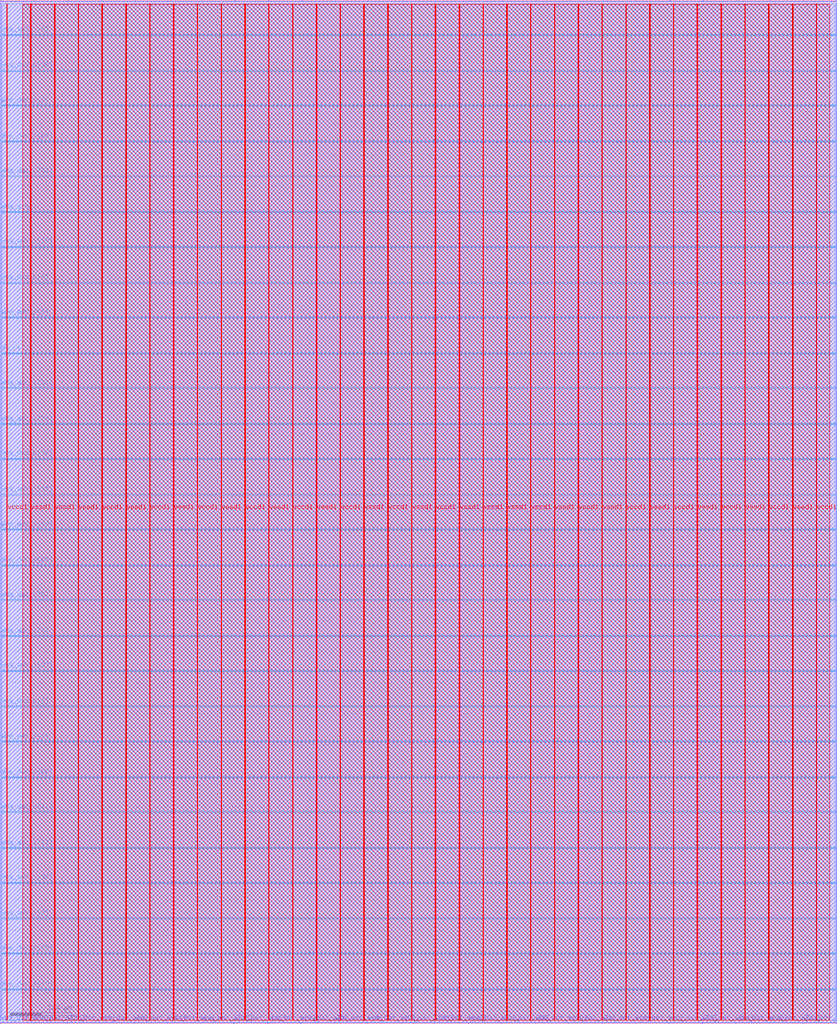
<source format=lef>
VERSION 5.7 ;
  NOWIREEXTENSIONATPIN ON ;
  DIVIDERCHAR "/" ;
  BUSBITCHARS "[]" ;
MACRO WrapperBlock_noparam
  CLASS BLOCK ;
  FOREIGN WrapperBlock_noparam ;
  ORIGIN 0.000 0.000 ;
  SIZE 2700.000 BY 3300.000 ;
  PIN clk
    DIRECTION INPUT ;
    USE SIGNAL ;
    PORT
      LAYER met3 ;
        RECT 2696.000 2386.840 2700.000 2387.440 ;
    END
  END clk
  PIN reset
    DIRECTION INPUT ;
    USE SIGNAL ;
    PORT
      LAYER met2 ;
        RECT 2482.710 3296.000 2482.990 3300.000 ;
    END
  END reset
  PIN vccd1
    DIRECTION INOUT ;
    USE POWER ;
    PORT
      LAYER met4 ;
        RECT 21.040 10.640 22.640 3288.720 ;
    END
    PORT
      LAYER met4 ;
        RECT 174.640 10.640 176.240 3288.720 ;
    END
    PORT
      LAYER met4 ;
        RECT 328.240 10.640 329.840 3288.720 ;
    END
    PORT
      LAYER met4 ;
        RECT 481.840 10.640 483.440 3288.720 ;
    END
    PORT
      LAYER met4 ;
        RECT 635.440 10.640 637.040 3288.720 ;
    END
    PORT
      LAYER met4 ;
        RECT 789.040 10.640 790.640 3288.720 ;
    END
    PORT
      LAYER met4 ;
        RECT 942.640 10.640 944.240 3288.720 ;
    END
    PORT
      LAYER met4 ;
        RECT 1096.240 10.640 1097.840 3288.720 ;
    END
    PORT
      LAYER met4 ;
        RECT 1249.840 10.640 1251.440 3288.720 ;
    END
    PORT
      LAYER met4 ;
        RECT 1403.440 10.640 1405.040 3288.720 ;
    END
    PORT
      LAYER met4 ;
        RECT 1557.040 10.640 1558.640 3288.720 ;
    END
    PORT
      LAYER met4 ;
        RECT 1710.640 10.640 1712.240 3288.720 ;
    END
    PORT
      LAYER met4 ;
        RECT 1864.240 10.640 1865.840 3288.720 ;
    END
    PORT
      LAYER met4 ;
        RECT 2017.840 10.640 2019.440 3288.720 ;
    END
    PORT
      LAYER met4 ;
        RECT 2171.440 10.640 2173.040 3288.720 ;
    END
    PORT
      LAYER met4 ;
        RECT 2325.040 10.640 2326.640 3288.720 ;
    END
    PORT
      LAYER met4 ;
        RECT 2478.640 10.640 2480.240 3288.720 ;
    END
    PORT
      LAYER met4 ;
        RECT 2632.240 10.640 2633.840 3288.720 ;
    END
  END vccd1
  PIN vssd1
    DIRECTION INOUT ;
    USE GROUND ;
    PORT
      LAYER met4 ;
        RECT 97.840 10.640 99.440 3288.720 ;
    END
    PORT
      LAYER met4 ;
        RECT 251.440 10.640 253.040 3288.720 ;
    END
    PORT
      LAYER met4 ;
        RECT 405.040 10.640 406.640 3288.720 ;
    END
    PORT
      LAYER met4 ;
        RECT 558.640 10.640 560.240 3288.720 ;
    END
    PORT
      LAYER met4 ;
        RECT 712.240 10.640 713.840 3288.720 ;
    END
    PORT
      LAYER met4 ;
        RECT 865.840 10.640 867.440 3288.720 ;
    END
    PORT
      LAYER met4 ;
        RECT 1019.440 10.640 1021.040 3288.720 ;
    END
    PORT
      LAYER met4 ;
        RECT 1173.040 10.640 1174.640 3288.720 ;
    END
    PORT
      LAYER met4 ;
        RECT 1326.640 10.640 1328.240 3288.720 ;
    END
    PORT
      LAYER met4 ;
        RECT 1480.240 10.640 1481.840 3288.720 ;
    END
    PORT
      LAYER met4 ;
        RECT 1633.840 10.640 1635.440 3288.720 ;
    END
    PORT
      LAYER met4 ;
        RECT 1787.440 10.640 1789.040 3288.720 ;
    END
    PORT
      LAYER met4 ;
        RECT 1941.040 10.640 1942.640 3288.720 ;
    END
    PORT
      LAYER met4 ;
        RECT 2094.640 10.640 2096.240 3288.720 ;
    END
    PORT
      LAYER met4 ;
        RECT 2248.240 10.640 2249.840 3288.720 ;
    END
    PORT
      LAYER met4 ;
        RECT 2401.840 10.640 2403.440 3288.720 ;
    END
    PORT
      LAYER met4 ;
        RECT 2555.440 10.640 2557.040 3288.720 ;
    END
  END vssd1
  PIN wb_clk_i
    DIRECTION INPUT ;
    USE SIGNAL ;
    PORT
      LAYER met2 ;
        RECT 1513.490 3296.000 1513.770 3300.000 ;
    END
  END wb_clk_i
  PIN wb_rst_i
    DIRECTION INPUT ;
    USE SIGNAL ;
    PORT
      LAYER met3 ;
        RECT 0.000 2162.440 4.000 2163.040 ;
    END
  END wb_rst_i
  PIN wbs_ack_o
    DIRECTION OUTPUT TRISTATE ;
    USE SIGNAL ;
    PORT
      LAYER met2 ;
        RECT 1404.010 3296.000 1404.290 3300.000 ;
    END
  END wbs_ack_o
  PIN wbs_adr_i[0]
    DIRECTION INPUT ;
    USE SIGNAL ;
    PORT
      LAYER met3 ;
        RECT 0.000 1251.240 4.000 1251.840 ;
    END
  END wbs_adr_i[0]
  PIN wbs_adr_i[10]
    DIRECTION INPUT ;
    USE SIGNAL ;
    PORT
      LAYER met3 ;
        RECT 2696.000 336.640 2700.000 337.240 ;
    END
  END wbs_adr_i[10]
  PIN wbs_adr_i[11]
    DIRECTION INPUT ;
    USE SIGNAL ;
    PORT
      LAYER met3 ;
        RECT 0.000 567.840 4.000 568.440 ;
    END
  END wbs_adr_i[11]
  PIN wbs_adr_i[12]
    DIRECTION INPUT ;
    USE SIGNAL ;
    PORT
      LAYER met3 ;
        RECT 2696.000 2842.440 2700.000 2843.040 ;
    END
  END wbs_adr_i[12]
  PIN wbs_adr_i[13]
    DIRECTION INPUT ;
    USE SIGNAL ;
    PORT
      LAYER met2 ;
        RECT 972.530 3296.000 972.810 3300.000 ;
    END
  END wbs_adr_i[13]
  PIN wbs_adr_i[14]
    DIRECTION INPUT ;
    USE SIGNAL ;
    PORT
      LAYER met3 ;
        RECT 0.000 1706.840 4.000 1707.440 ;
    END
  END wbs_adr_i[14]
  PIN wbs_adr_i[15]
    DIRECTION INPUT ;
    USE SIGNAL ;
    PORT
      LAYER met2 ;
        RECT 1188.270 3296.000 1188.550 3300.000 ;
    END
  END wbs_adr_i[15]
  PIN wbs_adr_i[16]
    DIRECTION INPUT ;
    USE SIGNAL ;
    PORT
      LAYER met3 ;
        RECT 0.000 1594.640 4.000 1595.240 ;
    END
  END wbs_adr_i[16]
  PIN wbs_adr_i[17]
    DIRECTION INPUT ;
    USE SIGNAL ;
    PORT
      LAYER met3 ;
        RECT 2696.000 1363.440 2700.000 1364.040 ;
    END
  END wbs_adr_i[17]
  PIN wbs_adr_i[18]
    DIRECTION INPUT ;
    USE SIGNAL ;
    PORT
      LAYER met2 ;
        RECT 647.310 0.000 647.590 4.000 ;
    END
  END wbs_adr_i[18]
  PIN wbs_adr_i[19]
    DIRECTION INPUT ;
    USE SIGNAL ;
    PORT
      LAYER met3 ;
        RECT 0.000 2505.840 4.000 2506.440 ;
    END
  END wbs_adr_i[19]
  PIN wbs_adr_i[1]
    DIRECTION INPUT ;
    USE SIGNAL ;
    PORT
      LAYER met2 ;
        RECT 2695.230 0.000 2695.510 4.000 ;
    END
  END wbs_adr_i[1]
  PIN wbs_adr_i[20]
    DIRECTION INPUT ;
    USE SIGNAL ;
    PORT
      LAYER met3 ;
        RECT 0.000 1934.640 4.000 1935.240 ;
    END
  END wbs_adr_i[20]
  PIN wbs_adr_i[21]
    DIRECTION INPUT ;
    USE SIGNAL ;
    PORT
      LAYER met2 ;
        RECT 1835.490 3296.000 1835.770 3300.000 ;
    END
  END wbs_adr_i[21]
  PIN wbs_adr_i[22]
    DIRECTION INPUT ;
    USE SIGNAL ;
    PORT
      LAYER met2 ;
        RECT 2266.970 3296.000 2267.250 3300.000 ;
    END
  END wbs_adr_i[22]
  PIN wbs_adr_i[23]
    DIRECTION INPUT ;
    USE SIGNAL ;
    PORT
      LAYER met2 ;
        RECT 863.050 0.000 863.330 4.000 ;
    END
  END wbs_adr_i[23]
  PIN wbs_adr_i[24]
    DIRECTION INPUT ;
    USE SIGNAL ;
    PORT
      LAYER met2 ;
        RECT 2588.970 0.000 2589.250 4.000 ;
    END
  END wbs_adr_i[24]
  PIN wbs_adr_i[25]
    DIRECTION INPUT ;
    USE SIGNAL ;
    PORT
      LAYER met3 ;
        RECT 2696.000 3185.840 2700.000 3186.440 ;
    END
  END wbs_adr_i[25]
  PIN wbs_adr_i[26]
    DIRECTION INPUT ;
    USE SIGNAL ;
    PORT
      LAYER met3 ;
        RECT 2696.000 1020.040 2700.000 1020.640 ;
    END
  END wbs_adr_i[26]
  PIN wbs_adr_i[27]
    DIRECTION INPUT ;
    USE SIGNAL ;
    PORT
      LAYER met3 ;
        RECT 0.000 1139.040 4.000 1139.640 ;
    END
  END wbs_adr_i[27]
  PIN wbs_adr_i[28]
    DIRECTION INPUT ;
    USE SIGNAL ;
    PORT
      LAYER met2 ;
        RECT 1294.530 0.000 1294.810 4.000 ;
    END
  END wbs_adr_i[28]
  PIN wbs_adr_i[29]
    DIRECTION INPUT ;
    USE SIGNAL ;
    PORT
      LAYER met2 ;
        RECT 1726.010 0.000 1726.290 4.000 ;
    END
  END wbs_adr_i[29]
  PIN wbs_adr_i[2]
    DIRECTION INPUT ;
    USE SIGNAL ;
    PORT
      LAYER met3 ;
        RECT 2696.000 907.840 2700.000 908.440 ;
    END
  END wbs_adr_i[2]
  PIN wbs_adr_i[30]
    DIRECTION INPUT ;
    USE SIGNAL ;
    PORT
      LAYER met3 ;
        RECT 0.000 455.640 4.000 456.240 ;
    END
  END wbs_adr_i[30]
  PIN wbs_adr_i[31]
    DIRECTION INPUT ;
    USE SIGNAL ;
    PORT
      LAYER met3 ;
        RECT 0.000 2050.240 4.000 2050.840 ;
    END
  END wbs_adr_i[31]
  PIN wbs_adr_i[3]
    DIRECTION INPUT ;
    USE SIGNAL ;
    PORT
      LAYER met3 ;
        RECT 2696.000 792.240 2700.000 792.840 ;
    END
  END wbs_adr_i[3]
  PIN wbs_adr_i[4]
    DIRECTION INPUT ;
    USE SIGNAL ;
    PORT
      LAYER met2 ;
        RECT 1297.750 3296.000 1298.030 3300.000 ;
    END
  END wbs_adr_i[4]
  PIN wbs_adr_i[5]
    DIRECTION INPUT ;
    USE SIGNAL ;
    PORT
      LAYER met3 ;
        RECT 0.000 2278.040 4.000 2278.640 ;
    END
  END wbs_adr_i[5]
  PIN wbs_adr_i[6]
    DIRECTION INPUT ;
    USE SIGNAL ;
    PORT
      LAYER met2 ;
        RECT 1619.750 3296.000 1620.030 3300.000 ;
    END
  END wbs_adr_i[6]
  PIN wbs_adr_i[7]
    DIRECTION INPUT ;
    USE SIGNAL ;
    PORT
      LAYER met3 ;
        RECT 2696.000 2614.640 2700.000 2615.240 ;
    END
  END wbs_adr_i[7]
  PIN wbs_adr_i[8]
    DIRECTION INPUT ;
    USE SIGNAL ;
    PORT
      LAYER met2 ;
        RECT 1078.790 0.000 1079.070 4.000 ;
    END
  END wbs_adr_i[8]
  PIN wbs_adr_i[9]
    DIRECTION INPUT ;
    USE SIGNAL ;
    PORT
      LAYER met3 ;
        RECT 0.000 340.040 4.000 340.640 ;
    END
  END wbs_adr_i[9]
  PIN wbs_cyc_i
    DIRECTION INPUT ;
    USE SIGNAL ;
    PORT
      LAYER met3 ;
        RECT 2696.000 2958.040 2700.000 2958.640 ;
    END
  END wbs_cyc_i
  PIN wbs_dat_i[0]
    DIRECTION INPUT ;
    USE SIGNAL ;
    PORT
      LAYER met2 ;
        RECT 2698.450 3296.000 2698.730 3300.000 ;
    END
  END wbs_dat_i[0]
  PIN wbs_dat_i[10]
    DIRECTION INPUT ;
    USE SIGNAL ;
    PORT
      LAYER met3 ;
        RECT 0.000 112.240 4.000 112.840 ;
    END
  END wbs_dat_i[10]
  PIN wbs_dat_i[11]
    DIRECTION INPUT ;
    USE SIGNAL ;
    PORT
      LAYER met2 ;
        RECT 650.530 3296.000 650.810 3300.000 ;
    END
  END wbs_dat_i[11]
  PIN wbs_dat_i[12]
    DIRECTION INPUT ;
    USE SIGNAL ;
    PORT
      LAYER met3 ;
        RECT 2696.000 1591.240 2700.000 1591.840 ;
    END
  END wbs_dat_i[12]
  PIN wbs_dat_i[13]
    DIRECTION INPUT ;
    USE SIGNAL ;
    PORT
      LAYER met2 ;
        RECT 756.790 3296.000 757.070 3300.000 ;
    END
  END wbs_dat_i[13]
  PIN wbs_dat_i[14]
    DIRECTION INPUT ;
    USE SIGNAL ;
    PORT
      LAYER met3 ;
        RECT 2696.000 2730.240 2700.000 2730.840 ;
    END
  END wbs_dat_i[14]
  PIN wbs_dat_i[15]
    DIRECTION INPUT ;
    USE SIGNAL ;
    PORT
      LAYER met3 ;
        RECT 0.000 227.840 4.000 228.440 ;
    END
  END wbs_dat_i[15]
  PIN wbs_dat_i[16]
    DIRECTION INPUT ;
    USE SIGNAL ;
    PORT
      LAYER met2 ;
        RECT 753.570 0.000 753.850 4.000 ;
    END
  END wbs_dat_i[16]
  PIN wbs_dat_i[17]
    DIRECTION INPUT ;
    USE SIGNAL ;
    PORT
      LAYER met2 ;
        RECT 866.270 3296.000 866.550 3300.000 ;
    END
  END wbs_dat_i[17]
  PIN wbs_dat_i[18]
    DIRECTION INPUT ;
    USE SIGNAL ;
    PORT
      LAYER met3 ;
        RECT 2696.000 452.240 2700.000 452.840 ;
    END
  END wbs_dat_i[18]
  PIN wbs_dat_i[19]
    DIRECTION INPUT ;
    USE SIGNAL ;
    PORT
      LAYER met3 ;
        RECT 2696.000 1931.240 2700.000 1931.840 ;
    END
  END wbs_dat_i[19]
  PIN wbs_dat_i[1]
    DIRECTION INPUT ;
    USE SIGNAL ;
    PORT
      LAYER met2 ;
        RECT 215.830 0.000 216.110 4.000 ;
    END
  END wbs_dat_i[1]
  PIN wbs_dat_i[20]
    DIRECTION INPUT ;
    USE SIGNAL ;
    PORT
      LAYER met2 ;
        RECT 434.790 3296.000 435.070 3300.000 ;
    END
  END wbs_dat_i[20]
  PIN wbs_dat_i[21]
    DIRECTION INPUT ;
    USE SIGNAL ;
    PORT
      LAYER met3 ;
        RECT 2696.000 564.440 2700.000 565.040 ;
    END
  END wbs_dat_i[21]
  PIN wbs_dat_i[22]
    DIRECTION INPUT ;
    USE SIGNAL ;
    PORT
      LAYER met3 ;
        RECT 2696.000 3070.240 2700.000 3070.840 ;
    END
  END wbs_dat_i[22]
  PIN wbs_dat_i[23]
    DIRECTION INPUT ;
    USE SIGNAL ;
    PORT
      LAYER met2 ;
        RECT 2160.710 3296.000 2160.990 3300.000 ;
    END
  END wbs_dat_i[23]
  PIN wbs_dat_i[24]
    DIRECTION INPUT ;
    USE SIGNAL ;
    PORT
      LAYER met2 ;
        RECT 2263.750 0.000 2264.030 4.000 ;
    END
  END wbs_dat_i[24]
  PIN wbs_dat_i[25]
    DIRECTION INPUT ;
    USE SIGNAL ;
    PORT
      LAYER met2 ;
        RECT 1185.050 0.000 1185.330 4.000 ;
    END
  END wbs_dat_i[25]
  PIN wbs_dat_i[26]
    DIRECTION INPUT ;
    USE SIGNAL ;
    PORT
      LAYER met3 ;
        RECT 2696.000 1135.640 2700.000 1136.240 ;
    END
  END wbs_dat_i[26]
  PIN wbs_dat_i[27]
    DIRECTION INPUT ;
    USE SIGNAL ;
    PORT
      LAYER met2 ;
        RECT 541.050 3296.000 541.330 3300.000 ;
    END
  END wbs_dat_i[27]
  PIN wbs_dat_i[28]
    DIRECTION INPUT ;
    USE SIGNAL ;
    PORT
      LAYER met3 ;
        RECT 0.000 1479.040 4.000 1479.640 ;
    END
  END wbs_dat_i[28]
  PIN wbs_dat_i[29]
    DIRECTION INPUT ;
    USE SIGNAL ;
    PORT
      LAYER met3 ;
        RECT 2696.000 224.440 2700.000 225.040 ;
    END
  END wbs_dat_i[29]
  PIN wbs_dat_i[2]
    DIRECTION INPUT ;
    USE SIGNAL ;
    PORT
      LAYER met3 ;
        RECT 0.000 2961.440 4.000 2962.040 ;
    END
  END wbs_dat_i[2]
  PIN wbs_dat_i[30]
    DIRECTION INPUT ;
    USE SIGNAL ;
    PORT
      LAYER met2 ;
        RECT 2373.230 0.000 2373.510 4.000 ;
    END
  END wbs_dat_i[30]
  PIN wbs_dat_i[31]
    DIRECTION INPUT ;
    USE SIGNAL ;
    PORT
      LAYER met3 ;
        RECT 0.000 2733.640 4.000 2734.240 ;
    END
  END wbs_dat_i[31]
  PIN wbs_dat_i[3]
    DIRECTION INPUT ;
    USE SIGNAL ;
    PORT
      LAYER met2 ;
        RECT 1941.750 0.000 1942.030 4.000 ;
    END
  END wbs_dat_i[3]
  PIN wbs_dat_i[4]
    DIRECTION INPUT ;
    USE SIGNAL ;
    PORT
      LAYER met2 ;
        RECT 322.090 0.000 322.370 4.000 ;
    END
  END wbs_dat_i[4]
  PIN wbs_dat_i[5]
    DIRECTION INPUT ;
    USE SIGNAL ;
    PORT
      LAYER met3 ;
        RECT 0.000 1366.840 4.000 1367.440 ;
    END
  END wbs_dat_i[5]
  PIN wbs_dat_i[6]
    DIRECTION INPUT ;
    USE SIGNAL ;
    PORT
      LAYER met3 ;
        RECT 2696.000 108.840 2700.000 109.440 ;
    END
  END wbs_dat_i[6]
  PIN wbs_dat_i[7]
    DIRECTION INPUT ;
    USE SIGNAL ;
    PORT
      LAYER met3 ;
        RECT 2696.000 1819.040 2700.000 1819.640 ;
    END
  END wbs_dat_i[7]
  PIN wbs_dat_i[8]
    DIRECTION INPUT ;
    USE SIGNAL ;
    PORT
      LAYER met3 ;
        RECT 2696.000 1247.840 2700.000 1248.440 ;
    END
  END wbs_dat_i[8]
  PIN wbs_dat_i[9]
    DIRECTION INPUT ;
    USE SIGNAL ;
    PORT
      LAYER met2 ;
        RECT 2157.490 0.000 2157.770 4.000 ;
    END
  END wbs_dat_i[9]
  PIN wbs_dat_o[0]
    DIRECTION OUTPUT TRISTATE ;
    USE SIGNAL ;
    PORT
      LAYER met3 ;
        RECT 0.000 2390.240 4.000 2390.840 ;
    END
  END wbs_dat_o[0]
  PIN wbs_dat_o[10]
    DIRECTION OUTPUT TRISTATE ;
    USE SIGNAL ;
    PORT
      LAYER met3 ;
        RECT 0.000 1822.440 4.000 1823.040 ;
    END
  END wbs_dat_o[10]
  PIN wbs_dat_o[11]
    DIRECTION OUTPUT TRISTATE ;
    USE SIGNAL ;
    PORT
      LAYER met3 ;
        RECT 0.000 683.440 4.000 684.040 ;
    END
  END wbs_dat_o[11]
  PIN wbs_dat_o[12]
    DIRECTION OUTPUT TRISTATE ;
    USE SIGNAL ;
    PORT
      LAYER met3 ;
        RECT 2696.000 1475.640 2700.000 1476.240 ;
    END
  END wbs_dat_o[12]
  PIN wbs_dat_o[13]
    DIRECTION OUTPUT TRISTATE ;
    USE SIGNAL ;
    PORT
      LAYER met3 ;
        RECT 2696.000 2274.640 2700.000 2275.240 ;
    END
  END wbs_dat_o[13]
  PIN wbs_dat_o[14]
    DIRECTION OUTPUT TRISTATE ;
    USE SIGNAL ;
    PORT
      LAYER met2 ;
        RECT 2479.490 0.000 2479.770 4.000 ;
    END
  END wbs_dat_o[14]
  PIN wbs_dat_o[15]
    DIRECTION OUTPUT TRISTATE ;
    USE SIGNAL ;
    PORT
      LAYER met3 ;
        RECT 2696.000 2502.440 2700.000 2503.040 ;
    END
  END wbs_dat_o[15]
  PIN wbs_dat_o[16]
    DIRECTION OUTPUT TRISTATE ;
    USE SIGNAL ;
    PORT
      LAYER met2 ;
        RECT 3.310 3296.000 3.590 3300.000 ;
    END
  END wbs_dat_o[16]
  PIN wbs_dat_o[17]
    DIRECTION OUTPUT TRISTATE ;
    USE SIGNAL ;
    PORT
      LAYER met2 ;
        RECT 109.570 3296.000 109.850 3300.000 ;
    END
  END wbs_dat_o[17]
  PIN wbs_dat_o[18]
    DIRECTION OUTPUT TRISTATE ;
    USE SIGNAL ;
    PORT
      LAYER met2 ;
        RECT 1510.270 0.000 1510.550 4.000 ;
    END
  END wbs_dat_o[18]
  PIN wbs_dat_o[19]
    DIRECTION OUTPUT TRISTATE ;
    USE SIGNAL ;
    PORT
      LAYER met2 ;
        RECT 0.090 0.000 0.370 4.000 ;
    END
  END wbs_dat_o[19]
  PIN wbs_dat_o[1]
    DIRECTION OUTPUT TRISTATE ;
    USE SIGNAL ;
    PORT
      LAYER met2 ;
        RECT 1832.270 0.000 1832.550 4.000 ;
    END
  END wbs_dat_o[1]
  PIN wbs_dat_o[20]
    DIRECTION OUTPUT TRISTATE ;
    USE SIGNAL ;
    PORT
      LAYER met2 ;
        RECT 219.050 3296.000 219.330 3300.000 ;
    END
  END wbs_dat_o[20]
  PIN wbs_dat_o[21]
    DIRECTION OUTPUT TRISTATE ;
    USE SIGNAL ;
    PORT
      LAYER met2 ;
        RECT 1082.010 3296.000 1082.290 3300.000 ;
    END
  END wbs_dat_o[21]
  PIN wbs_dat_o[22]
    DIRECTION OUTPUT TRISTATE ;
    USE SIGNAL ;
    PORT
      LAYER met3 ;
        RECT 0.000 795.640 4.000 796.240 ;
    END
  END wbs_dat_o[22]
  PIN wbs_dat_o[23]
    DIRECTION OUTPUT TRISTATE ;
    USE SIGNAL ;
    PORT
      LAYER met3 ;
        RECT 0.000 2845.840 4.000 2846.440 ;
    END
  END wbs_dat_o[23]
  PIN wbs_dat_o[24]
    DIRECTION OUTPUT TRISTATE ;
    USE SIGNAL ;
    PORT
      LAYER met2 ;
        RECT 431.570 0.000 431.850 4.000 ;
    END
  END wbs_dat_o[24]
  PIN wbs_dat_o[25]
    DIRECTION OUTPUT TRISTATE ;
    USE SIGNAL ;
    PORT
      LAYER met2 ;
        RECT 106.350 0.000 106.630 4.000 ;
    END
  END wbs_dat_o[25]
  PIN wbs_dat_o[26]
    DIRECTION OUTPUT TRISTATE ;
    USE SIGNAL ;
    PORT
      LAYER met2 ;
        RECT 2376.450 3296.000 2376.730 3300.000 ;
    END
  END wbs_dat_o[26]
  PIN wbs_dat_o[27]
    DIRECTION OUTPUT TRISTATE ;
    USE SIGNAL ;
    PORT
      LAYER met2 ;
        RECT 1729.230 3296.000 1729.510 3300.000 ;
    END
  END wbs_dat_o[27]
  PIN wbs_dat_o[28]
    DIRECTION OUTPUT TRISTATE ;
    USE SIGNAL ;
    PORT
      LAYER met2 ;
        RECT 1400.790 0.000 1401.070 4.000 ;
    END
  END wbs_dat_o[28]
  PIN wbs_dat_o[29]
    DIRECTION OUTPUT TRISTATE ;
    USE SIGNAL ;
    PORT
      LAYER met2 ;
        RECT 2592.190 3296.000 2592.470 3300.000 ;
    END
  END wbs_dat_o[29]
  PIN wbs_dat_o[2]
    DIRECTION OUTPUT TRISTATE ;
    USE SIGNAL ;
    PORT
      LAYER met3 ;
        RECT 2696.000 680.040 2700.000 680.640 ;
    END
  END wbs_dat_o[2]
  PIN wbs_dat_o[30]
    DIRECTION OUTPUT TRISTATE ;
    USE SIGNAL ;
    PORT
      LAYER met3 ;
        RECT 0.000 3073.640 4.000 3074.240 ;
    END
  END wbs_dat_o[30]
  PIN wbs_dat_o[31]
    DIRECTION OUTPUT TRISTATE ;
    USE SIGNAL ;
    PORT
      LAYER met3 ;
        RECT 2696.000 2046.840 2700.000 2047.440 ;
    END
  END wbs_dat_o[31]
  PIN wbs_dat_o[3]
    DIRECTION OUTPUT TRISTATE ;
    USE SIGNAL ;
    PORT
      LAYER met2 ;
        RECT 537.830 0.000 538.110 4.000 ;
    END
  END wbs_dat_o[3]
  PIN wbs_dat_o[4]
    DIRECTION OUTPUT TRISTATE ;
    USE SIGNAL ;
    PORT
      LAYER met2 ;
        RECT 969.310 0.000 969.590 4.000 ;
    END
  END wbs_dat_o[4]
  PIN wbs_dat_o[5]
    DIRECTION OUTPUT TRISTATE ;
    USE SIGNAL ;
    PORT
      LAYER met3 ;
        RECT 0.000 1023.440 4.000 1024.040 ;
    END
  END wbs_dat_o[5]
  PIN wbs_dat_o[6]
    DIRECTION OUTPUT TRISTATE ;
    USE SIGNAL ;
    PORT
      LAYER met3 ;
        RECT 2696.000 2159.040 2700.000 2159.640 ;
    END
  END wbs_dat_o[6]
  PIN wbs_dat_o[7]
    DIRECTION OUTPUT TRISTATE ;
    USE SIGNAL ;
    PORT
      LAYER met2 ;
        RECT 1616.530 0.000 1616.810 4.000 ;
    END
  END wbs_dat_o[7]
  PIN wbs_dat_o[8]
    DIRECTION OUTPUT TRISTATE ;
    USE SIGNAL ;
    PORT
      LAYER met2 ;
        RECT 2051.230 3296.000 2051.510 3300.000 ;
    END
  END wbs_dat_o[8]
  PIN wbs_dat_o[9]
    DIRECTION OUTPUT TRISTATE ;
    USE SIGNAL ;
    PORT
      LAYER met2 ;
        RECT 1944.970 3296.000 1945.250 3300.000 ;
    END
  END wbs_dat_o[9]
  PIN wbs_sel_i[0]
    DIRECTION INPUT ;
    USE SIGNAL ;
    PORT
      LAYER met3 ;
        RECT 0.000 3189.240 4.000 3189.840 ;
    END
  END wbs_sel_i[0]
  PIN wbs_sel_i[1]
    DIRECTION INPUT ;
    USE SIGNAL ;
    PORT
      LAYER met2 ;
        RECT 325.310 3296.000 325.590 3300.000 ;
    END
  END wbs_sel_i[1]
  PIN wbs_sel_i[2]
    DIRECTION INPUT ;
    USE SIGNAL ;
    PORT
      LAYER met2 ;
        RECT 2048.010 0.000 2048.290 4.000 ;
    END
  END wbs_sel_i[2]
  PIN wbs_sel_i[3]
    DIRECTION INPUT ;
    USE SIGNAL ;
    PORT
      LAYER met3 ;
        RECT 0.000 911.240 4.000 911.840 ;
    END
  END wbs_sel_i[3]
  PIN wbs_stb_i
    DIRECTION INPUT ;
    USE SIGNAL ;
    PORT
      LAYER met3 ;
        RECT 0.000 2618.040 4.000 2618.640 ;
    END
  END wbs_stb_i
  PIN wbs_we_i
    DIRECTION INPUT ;
    USE SIGNAL ;
    PORT
      LAYER met3 ;
        RECT 2696.000 1703.440 2700.000 1704.040 ;
    END
  END wbs_we_i
  OBS
      LAYER li1 ;
        RECT 5.520 10.795 2694.220 3288.565 ;
      LAYER met1 ;
        RECT 0.070 4.460 2698.750 3295.580 ;
      LAYER met2 ;
        RECT 0.100 3295.720 3.030 3296.370 ;
        RECT 3.870 3295.720 109.290 3296.370 ;
        RECT 110.130 3295.720 218.770 3296.370 ;
        RECT 219.610 3295.720 325.030 3296.370 ;
        RECT 325.870 3295.720 434.510 3296.370 ;
        RECT 435.350 3295.720 540.770 3296.370 ;
        RECT 541.610 3295.720 650.250 3296.370 ;
        RECT 651.090 3295.720 756.510 3296.370 ;
        RECT 757.350 3295.720 865.990 3296.370 ;
        RECT 866.830 3295.720 972.250 3296.370 ;
        RECT 973.090 3295.720 1081.730 3296.370 ;
        RECT 1082.570 3295.720 1187.990 3296.370 ;
        RECT 1188.830 3295.720 1297.470 3296.370 ;
        RECT 1298.310 3295.720 1403.730 3296.370 ;
        RECT 1404.570 3295.720 1513.210 3296.370 ;
        RECT 1514.050 3295.720 1619.470 3296.370 ;
        RECT 1620.310 3295.720 1728.950 3296.370 ;
        RECT 1729.790 3295.720 1835.210 3296.370 ;
        RECT 1836.050 3295.720 1944.690 3296.370 ;
        RECT 1945.530 3295.720 2050.950 3296.370 ;
        RECT 2051.790 3295.720 2160.430 3296.370 ;
        RECT 2161.270 3295.720 2266.690 3296.370 ;
        RECT 2267.530 3295.720 2376.170 3296.370 ;
        RECT 2377.010 3295.720 2482.430 3296.370 ;
        RECT 2483.270 3295.720 2591.910 3296.370 ;
        RECT 2592.750 3295.720 2698.170 3296.370 ;
        RECT 0.100 4.280 2698.720 3295.720 ;
        RECT 0.650 3.670 106.070 4.280 ;
        RECT 106.910 3.670 215.550 4.280 ;
        RECT 216.390 3.670 321.810 4.280 ;
        RECT 322.650 3.670 431.290 4.280 ;
        RECT 432.130 3.670 537.550 4.280 ;
        RECT 538.390 3.670 647.030 4.280 ;
        RECT 647.870 3.670 753.290 4.280 ;
        RECT 754.130 3.670 862.770 4.280 ;
        RECT 863.610 3.670 969.030 4.280 ;
        RECT 969.870 3.670 1078.510 4.280 ;
        RECT 1079.350 3.670 1184.770 4.280 ;
        RECT 1185.610 3.670 1294.250 4.280 ;
        RECT 1295.090 3.670 1400.510 4.280 ;
        RECT 1401.350 3.670 1509.990 4.280 ;
        RECT 1510.830 3.670 1616.250 4.280 ;
        RECT 1617.090 3.670 1725.730 4.280 ;
        RECT 1726.570 3.670 1831.990 4.280 ;
        RECT 1832.830 3.670 1941.470 4.280 ;
        RECT 1942.310 3.670 2047.730 4.280 ;
        RECT 2048.570 3.670 2157.210 4.280 ;
        RECT 2158.050 3.670 2263.470 4.280 ;
        RECT 2264.310 3.670 2372.950 4.280 ;
        RECT 2373.790 3.670 2479.210 4.280 ;
        RECT 2480.050 3.670 2588.690 4.280 ;
        RECT 2589.530 3.670 2694.950 4.280 ;
        RECT 2695.790 3.670 2698.720 4.280 ;
      LAYER met3 ;
        RECT 4.000 3190.240 2696.000 3288.645 ;
        RECT 4.400 3188.840 2696.000 3190.240 ;
        RECT 4.000 3186.840 2696.000 3188.840 ;
        RECT 4.000 3185.440 2695.600 3186.840 ;
        RECT 4.000 3074.640 2696.000 3185.440 ;
        RECT 4.400 3073.240 2696.000 3074.640 ;
        RECT 4.000 3071.240 2696.000 3073.240 ;
        RECT 4.000 3069.840 2695.600 3071.240 ;
        RECT 4.000 2962.440 2696.000 3069.840 ;
        RECT 4.400 2961.040 2696.000 2962.440 ;
        RECT 4.000 2959.040 2696.000 2961.040 ;
        RECT 4.000 2957.640 2695.600 2959.040 ;
        RECT 4.000 2846.840 2696.000 2957.640 ;
        RECT 4.400 2845.440 2696.000 2846.840 ;
        RECT 4.000 2843.440 2696.000 2845.440 ;
        RECT 4.000 2842.040 2695.600 2843.440 ;
        RECT 4.000 2734.640 2696.000 2842.040 ;
        RECT 4.400 2733.240 2696.000 2734.640 ;
        RECT 4.000 2731.240 2696.000 2733.240 ;
        RECT 4.000 2729.840 2695.600 2731.240 ;
        RECT 4.000 2619.040 2696.000 2729.840 ;
        RECT 4.400 2617.640 2696.000 2619.040 ;
        RECT 4.000 2615.640 2696.000 2617.640 ;
        RECT 4.000 2614.240 2695.600 2615.640 ;
        RECT 4.000 2506.840 2696.000 2614.240 ;
        RECT 4.400 2505.440 2696.000 2506.840 ;
        RECT 4.000 2503.440 2696.000 2505.440 ;
        RECT 4.000 2502.040 2695.600 2503.440 ;
        RECT 4.000 2391.240 2696.000 2502.040 ;
        RECT 4.400 2389.840 2696.000 2391.240 ;
        RECT 4.000 2387.840 2696.000 2389.840 ;
        RECT 4.000 2386.440 2695.600 2387.840 ;
        RECT 4.000 2279.040 2696.000 2386.440 ;
        RECT 4.400 2277.640 2696.000 2279.040 ;
        RECT 4.000 2275.640 2696.000 2277.640 ;
        RECT 4.000 2274.240 2695.600 2275.640 ;
        RECT 4.000 2163.440 2696.000 2274.240 ;
        RECT 4.400 2162.040 2696.000 2163.440 ;
        RECT 4.000 2160.040 2696.000 2162.040 ;
        RECT 4.000 2158.640 2695.600 2160.040 ;
        RECT 4.000 2051.240 2696.000 2158.640 ;
        RECT 4.400 2049.840 2696.000 2051.240 ;
        RECT 4.000 2047.840 2696.000 2049.840 ;
        RECT 4.000 2046.440 2695.600 2047.840 ;
        RECT 4.000 1935.640 2696.000 2046.440 ;
        RECT 4.400 1934.240 2696.000 1935.640 ;
        RECT 4.000 1932.240 2696.000 1934.240 ;
        RECT 4.000 1930.840 2695.600 1932.240 ;
        RECT 4.000 1823.440 2696.000 1930.840 ;
        RECT 4.400 1822.040 2696.000 1823.440 ;
        RECT 4.000 1820.040 2696.000 1822.040 ;
        RECT 4.000 1818.640 2695.600 1820.040 ;
        RECT 4.000 1707.840 2696.000 1818.640 ;
        RECT 4.400 1706.440 2696.000 1707.840 ;
        RECT 4.000 1704.440 2696.000 1706.440 ;
        RECT 4.000 1703.040 2695.600 1704.440 ;
        RECT 4.000 1595.640 2696.000 1703.040 ;
        RECT 4.400 1594.240 2696.000 1595.640 ;
        RECT 4.000 1592.240 2696.000 1594.240 ;
        RECT 4.000 1590.840 2695.600 1592.240 ;
        RECT 4.000 1480.040 2696.000 1590.840 ;
        RECT 4.400 1478.640 2696.000 1480.040 ;
        RECT 4.000 1476.640 2696.000 1478.640 ;
        RECT 4.000 1475.240 2695.600 1476.640 ;
        RECT 4.000 1367.840 2696.000 1475.240 ;
        RECT 4.400 1366.440 2696.000 1367.840 ;
        RECT 4.000 1364.440 2696.000 1366.440 ;
        RECT 4.000 1363.040 2695.600 1364.440 ;
        RECT 4.000 1252.240 2696.000 1363.040 ;
        RECT 4.400 1250.840 2696.000 1252.240 ;
        RECT 4.000 1248.840 2696.000 1250.840 ;
        RECT 4.000 1247.440 2695.600 1248.840 ;
        RECT 4.000 1140.040 2696.000 1247.440 ;
        RECT 4.400 1138.640 2696.000 1140.040 ;
        RECT 4.000 1136.640 2696.000 1138.640 ;
        RECT 4.000 1135.240 2695.600 1136.640 ;
        RECT 4.000 1024.440 2696.000 1135.240 ;
        RECT 4.400 1023.040 2696.000 1024.440 ;
        RECT 4.000 1021.040 2696.000 1023.040 ;
        RECT 4.000 1019.640 2695.600 1021.040 ;
        RECT 4.000 912.240 2696.000 1019.640 ;
        RECT 4.400 910.840 2696.000 912.240 ;
        RECT 4.000 908.840 2696.000 910.840 ;
        RECT 4.000 907.440 2695.600 908.840 ;
        RECT 4.000 796.640 2696.000 907.440 ;
        RECT 4.400 795.240 2696.000 796.640 ;
        RECT 4.000 793.240 2696.000 795.240 ;
        RECT 4.000 791.840 2695.600 793.240 ;
        RECT 4.000 684.440 2696.000 791.840 ;
        RECT 4.400 683.040 2696.000 684.440 ;
        RECT 4.000 681.040 2696.000 683.040 ;
        RECT 4.000 679.640 2695.600 681.040 ;
        RECT 4.000 568.840 2696.000 679.640 ;
        RECT 4.400 567.440 2696.000 568.840 ;
        RECT 4.000 565.440 2696.000 567.440 ;
        RECT 4.000 564.040 2695.600 565.440 ;
        RECT 4.000 456.640 2696.000 564.040 ;
        RECT 4.400 455.240 2696.000 456.640 ;
        RECT 4.000 453.240 2696.000 455.240 ;
        RECT 4.000 451.840 2695.600 453.240 ;
        RECT 4.000 341.040 2696.000 451.840 ;
        RECT 4.400 339.640 2696.000 341.040 ;
        RECT 4.000 337.640 2696.000 339.640 ;
        RECT 4.000 336.240 2695.600 337.640 ;
        RECT 4.000 228.840 2696.000 336.240 ;
        RECT 4.400 227.440 2696.000 228.840 ;
        RECT 4.000 225.440 2696.000 227.440 ;
        RECT 4.000 224.040 2695.600 225.440 ;
        RECT 4.000 113.240 2696.000 224.040 ;
        RECT 4.400 111.840 2696.000 113.240 ;
        RECT 4.000 109.840 2696.000 111.840 ;
        RECT 4.000 108.440 2695.600 109.840 ;
        RECT 4.000 10.715 2696.000 108.440 ;
      LAYER met4 ;
        RECT 72.975 11.735 97.440 3286.945 ;
        RECT 99.840 11.735 174.240 3286.945 ;
        RECT 176.640 11.735 251.040 3286.945 ;
        RECT 253.440 11.735 327.840 3286.945 ;
        RECT 330.240 11.735 404.640 3286.945 ;
        RECT 407.040 11.735 481.440 3286.945 ;
        RECT 483.840 11.735 558.240 3286.945 ;
        RECT 560.640 11.735 635.040 3286.945 ;
        RECT 637.440 11.735 711.840 3286.945 ;
        RECT 714.240 11.735 788.640 3286.945 ;
        RECT 791.040 11.735 865.440 3286.945 ;
        RECT 867.840 11.735 942.240 3286.945 ;
        RECT 944.640 11.735 1019.040 3286.945 ;
        RECT 1021.440 11.735 1095.840 3286.945 ;
        RECT 1098.240 11.735 1172.640 3286.945 ;
        RECT 1175.040 11.735 1249.440 3286.945 ;
        RECT 1251.840 11.735 1326.240 3286.945 ;
        RECT 1328.640 11.735 1403.040 3286.945 ;
        RECT 1405.440 11.735 1479.840 3286.945 ;
        RECT 1482.240 11.735 1556.640 3286.945 ;
        RECT 1559.040 11.735 1633.440 3286.945 ;
        RECT 1635.840 11.735 1710.240 3286.945 ;
        RECT 1712.640 11.735 1787.040 3286.945 ;
        RECT 1789.440 11.735 1863.840 3286.945 ;
        RECT 1866.240 11.735 1940.640 3286.945 ;
        RECT 1943.040 11.735 2017.440 3286.945 ;
        RECT 2019.840 11.735 2094.240 3286.945 ;
        RECT 2096.640 11.735 2171.040 3286.945 ;
        RECT 2173.440 11.735 2247.840 3286.945 ;
        RECT 2250.240 11.735 2324.640 3286.945 ;
        RECT 2327.040 11.735 2401.440 3286.945 ;
        RECT 2403.840 11.735 2478.240 3286.945 ;
        RECT 2480.640 11.735 2555.040 3286.945 ;
        RECT 2557.440 11.735 2631.840 3286.945 ;
        RECT 2634.240 11.735 2675.065 3286.945 ;
  END
END WrapperBlock_noparam
END LIBRARY


</source>
